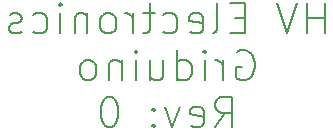
<source format=gbr>
G04 #@! TF.GenerationSoftware,KiCad,Pcbnew,(5.1.4-0-10_14)*
G04 #@! TF.CreationDate,2020-01-10T09:40:25-08:00*
G04 #@! TF.ProjectId,Griduino,47726964-7569-46e6-9f2e-6b696361645f,0*
G04 #@! TF.SameCoordinates,Original*
G04 #@! TF.FileFunction,Legend,Bot*
G04 #@! TF.FilePolarity,Positive*
%FSLAX46Y46*%
G04 Gerber Fmt 4.6, Leading zero omitted, Abs format (unit mm)*
G04 Created by KiCad (PCBNEW (5.1.4-0-10_14)) date 2020-01-10 09:40:25*
%MOMM*%
%LPD*%
G04 APERTURE LIST*
%ADD10C,0.150000*%
G04 APERTURE END LIST*
D10*
X104312961Y-89746647D02*
X104312961Y-87206647D01*
X104312961Y-88416171D02*
X102861533Y-88416171D01*
X102861533Y-89746647D02*
X102861533Y-87206647D01*
X102014866Y-87206647D02*
X101168200Y-89746647D01*
X100321533Y-87206647D01*
X97539628Y-88416171D02*
X96692961Y-88416171D01*
X96330104Y-89746647D02*
X97539628Y-89746647D01*
X97539628Y-87206647D01*
X96330104Y-87206647D01*
X94878676Y-89746647D02*
X95120580Y-89625695D01*
X95241533Y-89383790D01*
X95241533Y-87206647D01*
X92943438Y-89625695D02*
X93185342Y-89746647D01*
X93669152Y-89746647D01*
X93911057Y-89625695D01*
X94032009Y-89383790D01*
X94032009Y-88416171D01*
X93911057Y-88174266D01*
X93669152Y-88053314D01*
X93185342Y-88053314D01*
X92943438Y-88174266D01*
X92822485Y-88416171D01*
X92822485Y-88658076D01*
X94032009Y-88899980D01*
X90645342Y-89625695D02*
X90887247Y-89746647D01*
X91371057Y-89746647D01*
X91612961Y-89625695D01*
X91733914Y-89504742D01*
X91854866Y-89262838D01*
X91854866Y-88537123D01*
X91733914Y-88295219D01*
X91612961Y-88174266D01*
X91371057Y-88053314D01*
X90887247Y-88053314D01*
X90645342Y-88174266D01*
X89919628Y-88053314D02*
X88952009Y-88053314D01*
X89556771Y-87206647D02*
X89556771Y-89383790D01*
X89435819Y-89625695D01*
X89193914Y-89746647D01*
X88952009Y-89746647D01*
X88105342Y-89746647D02*
X88105342Y-88053314D01*
X88105342Y-88537123D02*
X87984390Y-88295219D01*
X87863438Y-88174266D01*
X87621533Y-88053314D01*
X87379628Y-88053314D01*
X86170104Y-89746647D02*
X86412009Y-89625695D01*
X86532961Y-89504742D01*
X86653914Y-89262838D01*
X86653914Y-88537123D01*
X86532961Y-88295219D01*
X86412009Y-88174266D01*
X86170104Y-88053314D01*
X85807247Y-88053314D01*
X85565342Y-88174266D01*
X85444390Y-88295219D01*
X85323438Y-88537123D01*
X85323438Y-89262838D01*
X85444390Y-89504742D01*
X85565342Y-89625695D01*
X85807247Y-89746647D01*
X86170104Y-89746647D01*
X84234866Y-88053314D02*
X84234866Y-89746647D01*
X84234866Y-88295219D02*
X84113914Y-88174266D01*
X83872009Y-88053314D01*
X83509152Y-88053314D01*
X83267247Y-88174266D01*
X83146295Y-88416171D01*
X83146295Y-89746647D01*
X81936771Y-89746647D02*
X81936771Y-88053314D01*
X81936771Y-87206647D02*
X82057723Y-87327600D01*
X81936771Y-87448552D01*
X81815819Y-87327600D01*
X81936771Y-87206647D01*
X81936771Y-87448552D01*
X79638676Y-89625695D02*
X79880580Y-89746647D01*
X80364390Y-89746647D01*
X80606295Y-89625695D01*
X80727247Y-89504742D01*
X80848200Y-89262838D01*
X80848200Y-88537123D01*
X80727247Y-88295219D01*
X80606295Y-88174266D01*
X80364390Y-88053314D01*
X79880580Y-88053314D01*
X79638676Y-88174266D01*
X78671057Y-89625695D02*
X78429152Y-89746647D01*
X77945342Y-89746647D01*
X77703438Y-89625695D01*
X77582485Y-89383790D01*
X77582485Y-89262838D01*
X77703438Y-89020933D01*
X77945342Y-88899980D01*
X78308200Y-88899980D01*
X78550104Y-88779028D01*
X78671057Y-88537123D01*
X78671057Y-88416171D01*
X78550104Y-88174266D01*
X78308200Y-88053314D01*
X77945342Y-88053314D01*
X77703438Y-88174266D01*
X96934866Y-91287600D02*
X97176771Y-91166647D01*
X97539628Y-91166647D01*
X97902485Y-91287600D01*
X98144390Y-91529504D01*
X98265342Y-91771409D01*
X98386295Y-92255219D01*
X98386295Y-92618076D01*
X98265342Y-93101885D01*
X98144390Y-93343790D01*
X97902485Y-93585695D01*
X97539628Y-93706647D01*
X97297723Y-93706647D01*
X96934866Y-93585695D01*
X96813914Y-93464742D01*
X96813914Y-92618076D01*
X97297723Y-92618076D01*
X95725342Y-93706647D02*
X95725342Y-92013314D01*
X95725342Y-92497123D02*
X95604390Y-92255219D01*
X95483438Y-92134266D01*
X95241533Y-92013314D01*
X94999628Y-92013314D01*
X94152961Y-93706647D02*
X94152961Y-92013314D01*
X94152961Y-91166647D02*
X94273914Y-91287600D01*
X94152961Y-91408552D01*
X94032009Y-91287600D01*
X94152961Y-91166647D01*
X94152961Y-91408552D01*
X91854866Y-93706647D02*
X91854866Y-91166647D01*
X91854866Y-93585695D02*
X92096771Y-93706647D01*
X92580580Y-93706647D01*
X92822485Y-93585695D01*
X92943438Y-93464742D01*
X93064390Y-93222838D01*
X93064390Y-92497123D01*
X92943438Y-92255219D01*
X92822485Y-92134266D01*
X92580580Y-92013314D01*
X92096771Y-92013314D01*
X91854866Y-92134266D01*
X89556771Y-92013314D02*
X89556771Y-93706647D01*
X90645342Y-92013314D02*
X90645342Y-93343790D01*
X90524390Y-93585695D01*
X90282485Y-93706647D01*
X89919628Y-93706647D01*
X89677723Y-93585695D01*
X89556771Y-93464742D01*
X88347247Y-93706647D02*
X88347247Y-92013314D01*
X88347247Y-91166647D02*
X88468200Y-91287600D01*
X88347247Y-91408552D01*
X88226295Y-91287600D01*
X88347247Y-91166647D01*
X88347247Y-91408552D01*
X87137723Y-92013314D02*
X87137723Y-93706647D01*
X87137723Y-92255219D02*
X87016771Y-92134266D01*
X86774866Y-92013314D01*
X86412009Y-92013314D01*
X86170104Y-92134266D01*
X86049152Y-92376171D01*
X86049152Y-93706647D01*
X84476771Y-93706647D02*
X84718676Y-93585695D01*
X84839628Y-93464742D01*
X84960580Y-93222838D01*
X84960580Y-92497123D01*
X84839628Y-92255219D01*
X84718676Y-92134266D01*
X84476771Y-92013314D01*
X84113914Y-92013314D01*
X83872009Y-92134266D01*
X83751057Y-92255219D01*
X83630104Y-92497123D01*
X83630104Y-93222838D01*
X83751057Y-93464742D01*
X83872009Y-93585695D01*
X84113914Y-93706647D01*
X84476771Y-93706647D01*
X95060104Y-97666647D02*
X95906771Y-96457123D01*
X96511533Y-97666647D02*
X96511533Y-95126647D01*
X95543914Y-95126647D01*
X95302009Y-95247600D01*
X95181057Y-95368552D01*
X95060104Y-95610457D01*
X95060104Y-95973314D01*
X95181057Y-96215219D01*
X95302009Y-96336171D01*
X95543914Y-96457123D01*
X96511533Y-96457123D01*
X93003914Y-97545695D02*
X93245819Y-97666647D01*
X93729628Y-97666647D01*
X93971533Y-97545695D01*
X94092485Y-97303790D01*
X94092485Y-96336171D01*
X93971533Y-96094266D01*
X93729628Y-95973314D01*
X93245819Y-95973314D01*
X93003914Y-96094266D01*
X92882961Y-96336171D01*
X92882961Y-96578076D01*
X94092485Y-96819980D01*
X92036295Y-95973314D02*
X91431533Y-97666647D01*
X90826771Y-95973314D01*
X89859152Y-97424742D02*
X89738200Y-97545695D01*
X89859152Y-97666647D01*
X89980104Y-97545695D01*
X89859152Y-97424742D01*
X89859152Y-97666647D01*
X89859152Y-96094266D02*
X89738200Y-96215219D01*
X89859152Y-96336171D01*
X89980104Y-96215219D01*
X89859152Y-96094266D01*
X89859152Y-96336171D01*
X86230580Y-95126647D02*
X85988676Y-95126647D01*
X85746771Y-95247600D01*
X85625819Y-95368552D01*
X85504866Y-95610457D01*
X85383914Y-96094266D01*
X85383914Y-96699028D01*
X85504866Y-97182838D01*
X85625819Y-97424742D01*
X85746771Y-97545695D01*
X85988676Y-97666647D01*
X86230580Y-97666647D01*
X86472485Y-97545695D01*
X86593438Y-97424742D01*
X86714390Y-97182838D01*
X86835342Y-96699028D01*
X86835342Y-96094266D01*
X86714390Y-95610457D01*
X86593438Y-95368552D01*
X86472485Y-95247600D01*
X86230580Y-95126647D01*
M02*

</source>
